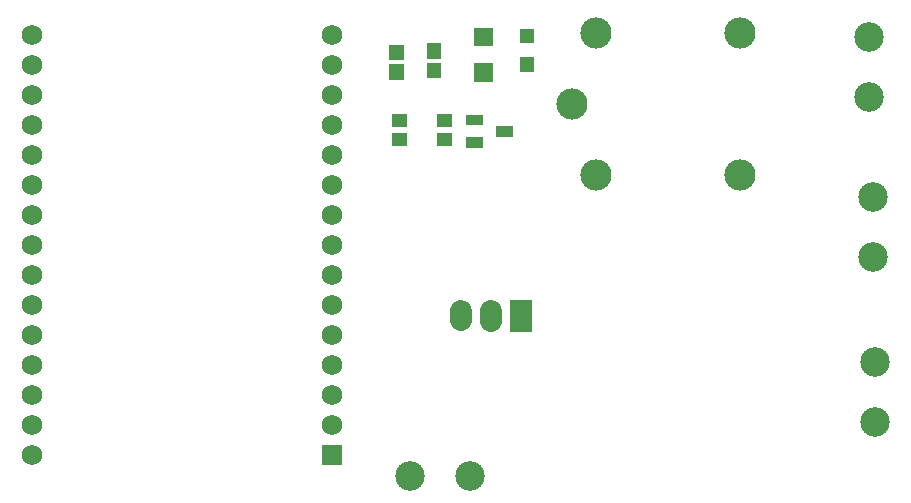
<source format=gts>
G04 Layer: TopSolderMaskLayer*
G04 EasyEDA v6.4.20.6, 2021-07-28T17:52:38+05:30*
G04 7673a310b3b046d6880bcf56e2675785,cb7c4d428bdd4184835f340970a17a1a,10*
G04 Gerber Generator version 0.2*
G04 Scale: 100 percent, Rotated: No, Reflected: No *
G04 Dimensions in millimeters *
G04 leading zeros omitted , absolute positions ,4 integer and 5 decimal *
%FSLAX45Y45*%
%MOMM*%

%ADD27C,1.9016*%
%ADD29C,1.7272*%
%ADD30C,2.5016*%
%ADD31C,2.6416*%

%LPD*%
D27*
X6644101Y4709299D02*
G01*
X6644101Y4789299D01*
X6386088Y4710290D02*
G01*
X6386088Y4790290D01*
G36*
X5209540Y3482339D02*
G01*
X5209540Y3655060D01*
X5382259Y3655060D01*
X5382259Y3482339D01*
G37*
D29*
G01*
X5295900Y3822700D03*
G01*
X5295900Y4076700D03*
G01*
X5295900Y4330700D03*
G01*
X5295900Y4584700D03*
G01*
X5295900Y4838700D03*
G01*
X5295900Y5092700D03*
G01*
X5295900Y5346700D03*
G01*
X5295900Y5600700D03*
G01*
X5295900Y5854700D03*
G01*
X5295900Y6108700D03*
G01*
X5295900Y6362700D03*
G01*
X5295900Y6616700D03*
G01*
X5295900Y6870700D03*
G01*
X5295900Y7124700D03*
G01*
X2755900Y7124700D03*
G01*
X2755900Y6870700D03*
G01*
X2755900Y6616700D03*
G01*
X2755900Y6362700D03*
G01*
X2755900Y6108700D03*
G01*
X2755900Y5854700D03*
G01*
X2755900Y5600700D03*
G01*
X2755900Y5346700D03*
G01*
X2755900Y5092700D03*
G01*
X2755900Y4838700D03*
G01*
X2755900Y4584700D03*
G01*
X2755900Y4330700D03*
G01*
X2755900Y4076700D03*
G01*
X2755900Y3822700D03*
G01*
X2755900Y3568700D03*
D30*
G01*
X5956300Y3390900D03*
G01*
X6464300Y3390900D03*
G01*
X9893300Y4356100D03*
G01*
X9893300Y3848100D03*
G01*
X9842500Y7112000D03*
G01*
X9842500Y6604000D03*
G01*
X9880600Y5753100D03*
G01*
X9880600Y5245100D03*
D31*
G01*
X8749106Y5940501D03*
G01*
X8749106Y7140498D03*
G01*
X7529093Y7140498D03*
G01*
X7529093Y5940501D03*
G01*
X7329093Y6540500D03*
G36*
X6803136Y4614163D02*
G01*
X6803136Y4884420D01*
X6993127Y4884420D01*
X6993127Y4614163D01*
G37*
G36*
X6498336Y6729476D02*
G01*
X6498336Y6889750D01*
X6658863Y6889750D01*
X6658863Y6729476D01*
G37*
G36*
X6498336Y7029450D02*
G01*
X6498336Y7189723D01*
X6658863Y7189723D01*
X6658863Y7029450D01*
G37*
G36*
X6886702Y6817613D02*
G01*
X6886702Y6937755D01*
X7007097Y6937755D01*
X7007097Y6817613D01*
G37*
G36*
X6886702Y7057644D02*
G01*
X6886702Y7177786D01*
X7007097Y7177786D01*
X7007097Y7057644D01*
G37*
G36*
X6681724Y6266687D02*
G01*
X6681724Y6357112D01*
X6827011Y6357112D01*
X6827011Y6266687D01*
G37*
G36*
X6431788Y6171692D02*
G01*
X6431788Y6262115D01*
X6577075Y6262115D01*
X6577075Y6171692D01*
G37*
G36*
X6431788Y6361684D02*
G01*
X6431788Y6452107D01*
X6577075Y6452107D01*
X6577075Y6361684D01*
G37*
G36*
X5807202Y6349492D02*
G01*
X5807202Y6459728D01*
X5927597Y6459728D01*
X5927597Y6349492D01*
G37*
G36*
X5807202Y6189471D02*
G01*
X5807202Y6299707D01*
X5927597Y6299707D01*
X5927597Y6189471D01*
G37*
G36*
X6188202Y6349492D02*
G01*
X6188202Y6459728D01*
X6308597Y6459728D01*
X6308597Y6349492D01*
G37*
G36*
X6188202Y6189471D02*
G01*
X6188202Y6299707D01*
X6308597Y6299707D01*
X6308597Y6189471D01*
G37*
G36*
X6099302Y6927342D02*
G01*
X6099302Y7057644D01*
X6219697Y7057644D01*
X6219697Y6927342D01*
G37*
G36*
X6099302Y6759702D02*
G01*
X6099302Y6890004D01*
X6219697Y6890004D01*
X6219697Y6759702D01*
G37*
G36*
X5781802Y6914642D02*
G01*
X5781802Y7044944D01*
X5902197Y7044944D01*
X5902197Y6914642D01*
G37*
G36*
X5781802Y6747002D02*
G01*
X5781802Y6877304D01*
X5902197Y6877304D01*
X5902197Y6747002D01*
G37*
M02*

</source>
